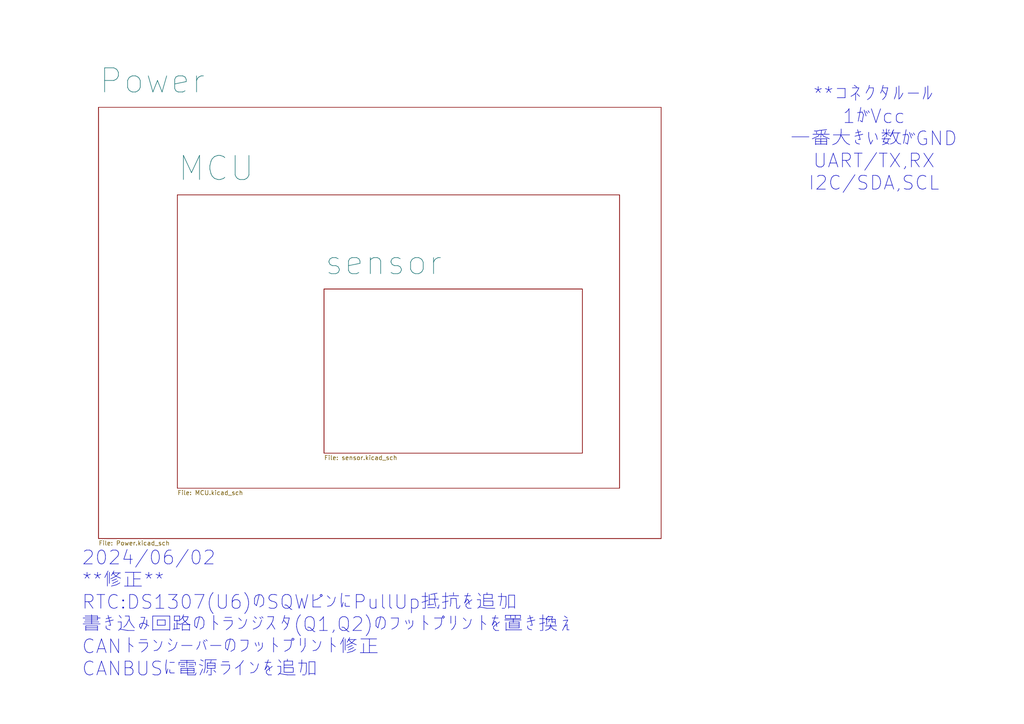
<source format=kicad_sch>
(kicad_sch
	(version 20231120)
	(generator "eeschema")
	(generator_version "8.0")
	(uuid "5338e63e-1988-41ba-a797-f5a85d5c350a")
	(paper "A4")
	(lib_symbols)
	(text "**コネクタルール\n1がVcc\n一番大きい数がGND\nUART/TX,RX\nI2C/SDA,SCL"
		(exclude_from_sim no)
		(at 253.492 40.386 0)
		(effects
			(font
				(size 4 4)
			)
		)
		(uuid "2335288e-0e4d-4a78-a54a-b938f969c2aa")
	)
	(text "2024/06/02\n**修正**\nRTC:DS1307(U6)のSQWピンにPullUp抵抗を追加\n書き込み回路のトランジスタ(Q1,Q2)のフットプリントを置き換え\nCANトランシーバーのフットプリント修正\nCANBUSに電源ラインを追加"
		(exclude_from_sim no)
		(at 23.622 178.054 0)
		(effects
			(font
				(size 4 4)
			)
			(justify left)
		)
		(uuid "c575c023-6d41-4109-991d-e1cfda07f398")
	)
	(sheet
		(at 28.575 31.115)
		(size 163.195 125.095)
		(fields_autoplaced yes)
		(stroke
			(width 0.1524)
			(type solid)
		)
		(fill
			(color 0 0 0 0.0000)
		)
		(uuid "25d39ab8-e2d1-4a3b-bdc8-d18f669f10fc")
		(property "Sheetname" "Power"
			(at 28.575 27.5384 0)
			(effects
				(font
					(size 7 7)
				)
				(justify left bottom)
			)
		)
		(property "Sheetfile" "Power.kicad_sch"
			(at 28.575 156.7946 0)
			(effects
				(font
					(size 1.27 1.27)
				)
				(justify left top)
			)
		)
		(instances
			(project "Main-IMU"
				(path "/5338e63e-1988-41ba-a797-f5a85d5c350a"
					(page "2")
				)
			)
		)
	)
	(sheet
		(at 51.435 56.515)
		(size 128.27 85.09)
		(fields_autoplaced yes)
		(stroke
			(width 0.1524)
			(type solid)
		)
		(fill
			(color 0 0 0 0.0000)
		)
		(uuid "5a0989e3-076d-4d1d-aaa2-10b5023a2506")
		(property "Sheetname" "MCU"
			(at 51.435 52.9384 0)
			(effects
				(font
					(size 7 7)
				)
				(justify left bottom)
			)
		)
		(property "Sheetfile" "MCU.kicad_sch"
			(at 51.435 142.1896 0)
			(effects
				(font
					(size 1.27 1.27)
				)
				(justify left top)
			)
		)
		(instances
			(project "Main-IMU"
				(path "/5338e63e-1988-41ba-a797-f5a85d5c350a"
					(page "3")
				)
			)
		)
	)
	(sheet
		(at 93.98 83.82)
		(size 74.93 47.625)
		(fields_autoplaced yes)
		(stroke
			(width 0.1524)
			(type solid)
		)
		(fill
			(color 0 0 0 0.0000)
		)
		(uuid "bd146200-2a93-42ba-8e66-15734a2d688a")
		(property "Sheetname" "sensor"
			(at 93.98 80.2434 0)
			(effects
				(font
					(size 7 7)
				)
				(justify left bottom)
			)
		)
		(property "Sheetfile" "sensor.kicad_sch"
			(at 93.98 132.0296 0)
			(effects
				(font
					(size 1.27 1.27)
				)
				(justify left top)
			)
		)
		(instances
			(project "Main-IMU"
				(path "/5338e63e-1988-41ba-a797-f5a85d5c350a"
					(page "4")
				)
			)
		)
	)
	(sheet_instances
		(path "/"
			(page "1")
		)
	)
)
</source>
